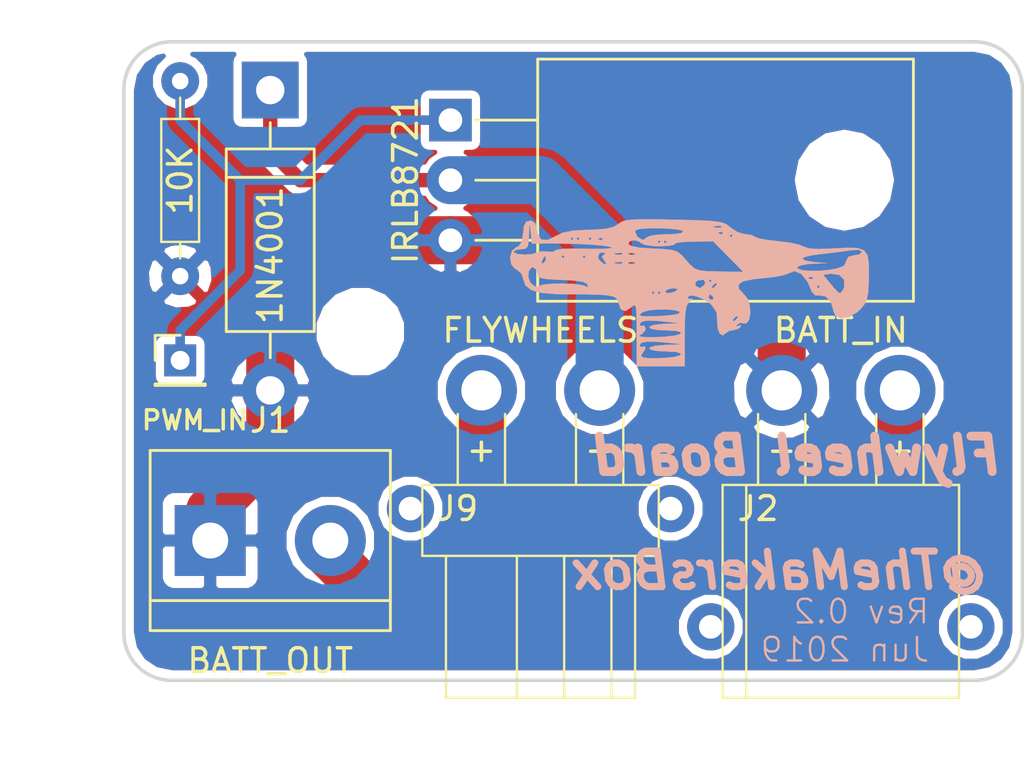
<source format=kicad_pcb>
(kicad_pcb (version 4) (host pcbnew 4.0.6)

  (general
    (links 10)
    (no_connects 0)
    (area 123.576572 43.665 169.073001 83.215)
    (thickness 1.6)
    (drawings 22)
    (tracks 38)
    (zones 0)
    (modules 9)
    (nets 5)
  )

  (page A4)
  (title_block
    (date "lun. 30 mars 2015")
  )

  (layers
    (0 F.Cu signal)
    (31 B.Cu signal)
    (32 B.Adhes user)
    (33 F.Adhes user)
    (34 B.Paste user)
    (35 F.Paste user)
    (36 B.SilkS user)
    (37 F.SilkS user)
    (38 B.Mask user)
    (39 F.Mask user)
    (40 Dwgs.User user hide)
    (41 Cmts.User user)
    (42 Eco1.User user)
    (43 Eco2.User user)
    (44 Edge.Cuts user)
    (45 Margin user)
    (46 B.CrtYd user)
    (47 F.CrtYd user)
    (48 B.Fab user)
    (49 F.Fab user)
  )

  (setup
    (last_trace_width 0.25)
    (user_trace_width 0.254)
    (user_trace_width 0.3048)
    (user_trace_width 0.4064)
    (user_trace_width 0.6096)
    (user_trace_width 0.9144)
    (user_trace_width 1.524)
    (user_trace_width 2.032)
    (trace_clearance 0.2)
    (zone_clearance 0.508)
    (zone_45_only no)
    (trace_min 0.2)
    (segment_width 0.15)
    (edge_width 0.15)
    (via_size 0.6)
    (via_drill 0.4)
    (via_min_size 0.4)
    (via_min_drill 0.3)
    (uvia_size 0.3)
    (uvia_drill 0.1)
    (uvias_allowed no)
    (uvia_min_size 0.2)
    (uvia_min_drill 0.1)
    (pcb_text_width 0.3)
    (pcb_text_size 1.5 1.5)
    (mod_edge_width 0.15)
    (mod_text_size 1 1)
    (mod_text_width 0.15)
    (pad_size 3 3)
    (pad_drill 3)
    (pad_to_mask_clearance 0)
    (aux_axis_origin 110.998 126.365)
    (grid_origin 110.998 126.365)
    (visible_elements 7FFFFFFF)
    (pcbplotparams
      (layerselection 0x010f0_80000001)
      (usegerberextensions true)
      (excludeedgelayer true)
      (linewidth 0.100000)
      (plotframeref false)
      (viasonmask false)
      (mode 1)
      (useauxorigin false)
      (hpglpennumber 1)
      (hpglpenspeed 20)
      (hpglpendiameter 15)
      (hpglpenoverlay 2)
      (psnegative false)
      (psa4output false)
      (plotreference true)
      (plotvalue true)
      (plotinvisibletext false)
      (padsonsilk false)
      (subtractmaskfromsilk false)
      (outputformat 1)
      (mirror false)
      (drillshape 0)
      (scaleselection 1)
      (outputdirectory gerbers/))
  )

  (net 0 "")
  (net 1 GND)
  (net 2 "/9(**)")
  (net 3 "Net-(D1-Pad1)")
  (net 4 "Net-(J1-Pad2)")

  (net_class Default "This is the default net class."
    (clearance 0.2)
    (trace_width 0.25)
    (via_dia 0.6)
    (via_drill 0.4)
    (uvia_dia 0.3)
    (uvia_drill 0.1)
    (add_net "/9(**)")
    (add_net GND)
    (add_net "Net-(D1-Pad1)")
    (add_net "Net-(J1-Pad2)")
  )

  (module Wire_Pads:SolderWirePad_single_2-5mmDrill (layer F.Cu) (tedit 5CF835CB) (tstamp 5CF939C1)
    (at 140.998 61.619)
    (path /5CE78195)
    (fp_text reference J14 (at 0.052 -0.192) (layer F.SilkS) hide
      (effects (font (size 1 1) (thickness 0.15)))
    )
    (fp_text value NPTH (at 1.27 5.08) (layer F.Fab)
      (effects (font (size 1 1) (thickness 0.15)))
    )
    (pad "" np_thru_hole circle (at 0 0) (size 3 3) (drill 3) (layers *.Cu *.Mask))
  )

  (module footprints:TO-220-3_Horizontal (layer F.Cu) (tedit 5CE80D90) (tstamp 5CE76742)
    (at 144.808 52.675 270)
    (descr "TO-220-3, Horizontal, RM 2.54mm")
    (tags "TO-220-3 Horizontal RM 2.54mm")
    (path /5CDFA006)
    (fp_text reference Q1 (at 2.54 -20.58 270) (layer F.SilkS) hide
      (effects (font (size 1 1) (thickness 0.15)))
    )
    (fp_text value IRLB8721 (at 2.54 1.9 270) (layer F.SilkS)
      (effects (font (size 1 1) (thickness 0.15)))
    )
    (fp_text user %R (at 2.54 -20.58 270) (layer F.Fab)
      (effects (font (size 1 1) (thickness 0.15)))
    )
    (fp_line (start -2.46 -13.06) (end -2.46 -19.46) (layer F.Fab) (width 0.1))
    (fp_line (start -2.46 -19.46) (end 7.54 -19.46) (layer F.Fab) (width 0.1))
    (fp_line (start 7.54 -19.46) (end 7.54 -13.06) (layer F.Fab) (width 0.1))
    (fp_line (start 7.54 -13.06) (end -2.46 -13.06) (layer F.Fab) (width 0.1))
    (fp_line (start -2.46 -3.81) (end -2.46 -13.06) (layer F.Fab) (width 0.1))
    (fp_line (start -2.46 -13.06) (end 7.54 -13.06) (layer F.Fab) (width 0.1))
    (fp_line (start 7.54 -13.06) (end 7.54 -3.81) (layer F.Fab) (width 0.1))
    (fp_line (start 7.54 -3.81) (end -2.46 -3.81) (layer F.Fab) (width 0.1))
    (fp_line (start 0 -3.81) (end 0 0) (layer F.Fab) (width 0.1))
    (fp_line (start 2.54 -3.81) (end 2.54 0) (layer F.Fab) (width 0.1))
    (fp_line (start 5.08 -3.81) (end 5.08 0) (layer F.Fab) (width 0.1))
    (fp_line (start -2.58 -3.69) (end 7.66 -3.69) (layer F.SilkS) (width 0.12))
    (fp_line (start -2.58 -19.58) (end 7.66 -19.58) (layer F.SilkS) (width 0.12))
    (fp_line (start -2.58 -19.58) (end -2.58 -3.69) (layer F.SilkS) (width 0.12))
    (fp_line (start 7.66 -19.58) (end 7.66 -3.69) (layer F.SilkS) (width 0.12))
    (fp_line (start 0 -3.69) (end 0 -1.05) (layer F.SilkS) (width 0.12))
    (fp_line (start 2.54 -3.69) (end 2.54 -1.066) (layer F.SilkS) (width 0.12))
    (fp_line (start 5.08 -3.69) (end 5.08 -1.066) (layer F.SilkS) (width 0.12))
    (fp_line (start -2.71 -19.71) (end -2.71 1.15) (layer F.CrtYd) (width 0.05))
    (fp_line (start -2.71 1.15) (end 7.79 1.15) (layer F.CrtYd) (width 0.05))
    (fp_line (start 7.79 1.15) (end 7.79 -19.71) (layer F.CrtYd) (width 0.05))
    (fp_line (start 7.79 -19.71) (end -2.71 -19.71) (layer F.CrtYd) (width 0.05))
    (fp_circle (center 2.54 -16.66) (end 4.39 -16.66) (layer F.Fab) (width 0.1))
    (pad 0 np_thru_hole oval (at 2.54 -16.66 270) (size 3.5 3.5) (drill 3.5) (layers *.Cu *.Mask))
    (pad 1 thru_hole rect (at 0 0 270) (size 1.8 1.8) (drill 1) (layers *.Cu *.Mask)
      (net 2 "/9(**)"))
    (pad 2 thru_hole oval (at 2.54 0 270) (size 1.8 1.8) (drill 1) (layers *.Cu *.Mask)
      (net 3 "Net-(D1-Pad1)"))
    (pad 3 thru_hole oval (at 5.08 0 270) (size 1.8 1.8) (drill 1) (layers *.Cu *.Mask)
      (net 1 GND))
    (model ${KISYS3DMOD}/TO_SOT_Packages_THT.3dshapes/TO-220-3_Horizontal.wrl
      (at (xyz 0.1 0 0))
      (scale (xyz 0.393701 0.393701 0.393701))
      (rotate (xyz 0 0 0))
    )
  )

  (module footprints:XT30PW_F (layer F.Cu) (tedit 5CF879BD) (tstamp 5CE8CE68)
    (at 148.618 64.105 180)
    (descr "Terminal Block Phoenix PT-1,5-2-5.0-H, 2 pins, pitch 5mm, size 10x9mm^2, drill diamater 1.3mm, pad diameter 2.6mm, see http://www.mouser.com/ds/2/324/ItemDetail_1935161-922578.pdf, script-generated using https://github.com/pointhi/kicad-footprint-generator/scripts/TerminalBlock_Phoenix")
    (tags "THT Terminal Block Phoenix PT-1,5-2-5.0-H pitch 5mm size 10x9mm^2 drill 1.3mm pad 2.6mm")
    (path /5CE592FA)
    (fp_text reference J9 (at 3.5 -5 180) (layer F.SilkS)
      (effects (font (size 1 1) (thickness 0.15)))
    )
    (fp_text value FLYWHEELS (at 0 2.54 180) (layer F.SilkS)
      (effects (font (size 1 1) (thickness 0.15)))
    )
    (fp_line (start 1 -7) (end 1 -13) (layer F.SilkS) (width 0.1))
    (fp_line (start -1 -7) (end -1 -13) (layer F.SilkS) (width 0.1))
    (fp_line (start -3 -7) (end -3 -13) (layer F.SilkS) (width 0.1))
    (fp_line (start 4 -7) (end 4 -13) (layer F.SilkS) (width 0.1))
    (fp_line (start 4 -13) (end -4 -13) (layer F.SilkS) (width 0.1))
    (fp_line (start -4 -13) (end -4 -7) (layer F.SilkS) (width 0.1))
    (fp_line (start 5 -4) (end 5 -7) (layer F.SilkS) (width 0.1))
    (fp_line (start -5 -4) (end -5 -7) (layer F.SilkS) (width 0.1))
    (fp_line (start 5 -7) (end -5 -7) (layer F.SilkS) (width 0.1))
    (fp_text user - (at -2.5 -2.5 180) (layer F.SilkS)
      (effects (font (size 1 1) (thickness 0.15)))
    )
    (fp_text user + (at 2.5 -2.5 180) (layer F.SilkS)
      (effects (font (size 1 1) (thickness 0.15)))
    )
    (fp_line (start 3.5 -1) (end 3.5 -4) (layer F.SilkS) (width 0.1))
    (fp_line (start 1.5 -4) (end 1.5 -1) (layer F.SilkS) (width 0.1))
    (fp_line (start -1.5 -1) (end -1.5 -4) (layer F.SilkS) (width 0.1))
    (fp_line (start -3.5 -4) (end -3.5 -1) (layer F.SilkS) (width 0.1))
    (fp_line (start -5 -4) (end 5 -4) (layer F.SilkS) (width 0.1))
    (fp_line (start -5 -4) (end 5 -4) (layer F.Fab) (width 0.1))
    (fp_line (start -5.5 -4.5) (end -5.5 5.5) (layer F.CrtYd) (width 0.05))
    (fp_line (start -5.5 5.5) (end 5.5 5.5) (layer F.CrtYd) (width 0.05))
    (fp_line (start 5.5 5.5) (end 5.5 -4.5) (layer F.CrtYd) (width 0.05))
    (fp_line (start 5.5 -4.5) (end -5.5 -4.5) (layer F.CrtYd) (width 0.05))
    (fp_text user %R (at 3.5 -5 180) (layer F.Fab)
      (effects (font (size 1 1) (thickness 0.15)))
    )
    (pad 3 thru_hole circle (at -5.5 -5 180) (size 2 2) (drill 1) (layers *.Cu *.Mask))
    (pad 2 thru_hole circle (at -2.5 0 180) (size 3 3) (drill 1.7) (layers *.Cu *.Mask)
      (net 3 "Net-(D1-Pad1)"))
    (pad 1 thru_hole circle (at 2.5 0 180) (size 3 3) (drill 1.7) (layers *.Cu *.Mask)
      (net 4 "Net-(J1-Pad2)"))
    (pad 3 thru_hole circle (at 5.5 -5 180) (size 2 2) (drill 1) (layers *.Cu *.Mask))
    (model ${KISYS3DMOD}/TerminalBlock_Phoenix.3dshapes/TerminalBlock_Phoenix_PT-1,5-2-5.0-H_1x02_P5.00mm_Horizontal.wrl
      (at (xyz 0 0 0))
      (scale (xyz 1 1 1))
      (rotate (xyz 0 0 0))
    )
  )

  (module footprints:D_DO-15_P12.70mm_Horizontal (layer F.Cu) (tedit 5CE80D85) (tstamp 5CE766AD)
    (at 137.188 51.405 270)
    (descr "D, DO-15 series, Axial, Horizontal, pin pitch=12.7mm, , length*diameter=7.6*3.6mm^2, , http://www.diodes.com/_files/packages/DO-15.pdf")
    (tags "D DO-15 series Axial Horizontal pin pitch 12.7mm  length 7.6mm diameter 3.6mm")
    (path /5CDFABAB)
    (fp_text reference D1 (at 6.35 0 270) (layer F.SilkS) hide
      (effects (font (size 1 1) (thickness 0.15)))
    )
    (fp_text value 1N4001 (at 6.985 0 270) (layer F.SilkS)
      (effects (font (size 1 1) (thickness 0.15)))
    )
    (fp_text user %R (at 6.35 0 270) (layer F.Fab)
      (effects (font (size 1 1) (thickness 0.15)))
    )
    (fp_line (start 2.55 -1.8) (end 2.55 1.8) (layer F.Fab) (width 0.1))
    (fp_line (start 2.55 1.8) (end 10.15 1.8) (layer F.Fab) (width 0.1))
    (fp_line (start 10.15 1.8) (end 10.15 -1.8) (layer F.Fab) (width 0.1))
    (fp_line (start 10.15 -1.8) (end 2.55 -1.8) (layer F.Fab) (width 0.1))
    (fp_line (start 0 0) (end 2.55 0) (layer F.Fab) (width 0.1))
    (fp_line (start 12.7 0) (end 10.15 0) (layer F.Fab) (width 0.1))
    (fp_line (start 3.69 -1.8) (end 3.69 1.8) (layer F.Fab) (width 0.1))
    (fp_line (start 2.49 -1.86) (end 2.49 1.86) (layer F.SilkS) (width 0.12))
    (fp_line (start 2.49 1.86) (end 10.21 1.86) (layer F.SilkS) (width 0.12))
    (fp_line (start 10.21 1.86) (end 10.21 -1.86) (layer F.SilkS) (width 0.12))
    (fp_line (start 10.21 -1.86) (end 2.49 -1.86) (layer F.SilkS) (width 0.12))
    (fp_line (start 1.38 0) (end 2.49 0) (layer F.SilkS) (width 0.12))
    (fp_line (start 11.32 0) (end 10.21 0) (layer F.SilkS) (width 0.12))
    (fp_line (start 3.69 -1.86) (end 3.69 1.86) (layer F.SilkS) (width 0.12))
    (fp_line (start -1.45 -2.15) (end -1.45 2.15) (layer F.CrtYd) (width 0.05))
    (fp_line (start -1.45 2.15) (end 14.15 2.15) (layer F.CrtYd) (width 0.05))
    (fp_line (start 14.15 2.15) (end 14.15 -2.15) (layer F.CrtYd) (width 0.05))
    (fp_line (start 14.15 -2.15) (end -1.45 -2.15) (layer F.CrtYd) (width 0.05))
    (pad 1 thru_hole rect (at 0 0 270) (size 2.4 2.4) (drill 1.2) (layers *.Cu *.Mask)
      (net 3 "Net-(D1-Pad1)"))
    (pad 2 thru_hole oval (at 12.7 0 270) (size 2.4 2.4) (drill 1.2) (layers *.Cu *.Mask)
      (net 1 GND))
    (model ${KISYS3DMOD}/Diodes_THT.3dshapes/D_DO-15_P12.70mm_Horizontal.wrl
      (at (xyz 0 0 0))
      (scale (xyz 0.393701 0.393701 0.393701))
      (rotate (xyz 0 0 0))
    )
  )

  (module footprints:R_Axial_DIN0204_L3.6mm_D1.6mm_P7.62mm_Horizontal (layer F.Cu) (tedit 5C984DCD) (tstamp 5CE82736)
    (at 133.378 59.025 90)
    (descr "Resistor, Axial_DIN0204 series, Axial, Horizontal, pin pitch=7.62mm, 0.16666666666666666W = 1/6W, length*diameter=3.6*1.6mm^2, http://cdn-reichelt.de/documents/datenblatt/B400/1_4W%23YAG.pdf")
    (tags "Resistor Axial_DIN0204 series Axial Horizontal pin pitch 7.62mm 0.16666666666666666W = 1/6W length 3.6mm diameter 1.6mm")
    (path /5BB777E0)
    (fp_text reference R9 (at 7.239 0 90) (layer F.Fab)
      (effects (font (size 1 1) (thickness 0.15)))
    )
    (fp_text value 10K (at 3.81 0 90) (layer F.SilkS)
      (effects (font (size 1 1) (thickness 0.15)))
    )
    (fp_line (start 6.4 0) (end 7.3 0) (layer F.SilkS) (width 0.1))
    (fp_line (start 1.2 0) (end 0.5 0) (layer F.SilkS) (width 0.1))
    (fp_line (start 1.2 0.8) (end 1.2 -0.8) (layer F.SilkS) (width 0.1))
    (fp_line (start 1.2 -0.8) (end 6.4 -0.8) (layer F.SilkS) (width 0.1))
    (fp_line (start 6.4 -0.8) (end 6.4 0.8) (layer F.SilkS) (width 0.1))
    (fp_line (start 6.4 0.8) (end 1.2 0.8) (layer F.SilkS) (width 0.1))
    (fp_line (start 2.01 -0.8) (end 2.01 0.8) (layer F.Fab) (width 0.1))
    (fp_line (start 2.01 0.8) (end 5.61 0.8) (layer F.Fab) (width 0.1))
    (fp_line (start 5.61 0.8) (end 5.61 -0.8) (layer F.Fab) (width 0.1))
    (fp_line (start 5.61 -0.8) (end 2.01 -0.8) (layer F.Fab) (width 0.1))
    (fp_line (start 0 0) (end 2.01 0) (layer F.Fab) (width 0.1))
    (fp_line (start 7.62 0) (end 5.61 0) (layer F.Fab) (width 0.1))
    (fp_line (start -0.95 -1.15) (end -0.95 1.15) (layer F.CrtYd) (width 0.05))
    (fp_line (start -0.95 1.15) (end 8.6 1.15) (layer F.CrtYd) (width 0.05))
    (fp_line (start 8.6 1.15) (end 8.6 -1.15) (layer F.CrtYd) (width 0.05))
    (fp_line (start 8.6 -1.15) (end -0.95 -1.15) (layer F.CrtYd) (width 0.05))
    (pad 1 thru_hole circle (at -0.25 0 90) (size 1.6 1.6) (drill 0.7) (layers *.Cu *.Mask)
      (net 1 GND))
    (pad 2 thru_hole circle (at 8 0 90) (size 1.6 1.6) (drill 0.7) (layers *.Cu *.Mask)
      (net 2 "/9(**)"))
    (model ${KISYS3DMOD}/Resistors_THT.3dshapes/R_Axial_DIN0204_L3.6mm_D1.6mm_P7.62mm_Horizontal.wrl
      (at (xyz 0 0 0))
      (scale (xyz 0.393701 0.393701 0.393701))
      (rotate (xyz 0 0 0))
    )
  )

  (module footprints:XT30PW_M (layer F.Cu) (tedit 5CF879B6) (tstamp 5CE798F2)
    (at 161.318 64.105 180)
    (descr "Terminal Block Phoenix PT-1,5-2-5.0-H, 2 pins, pitch 5mm, size 10x9mm^2, drill diamater 1.3mm, pad diameter 2.6mm, see http://www.mouser.com/ds/2/324/ItemDetail_1935161-922578.pdf, script-generated using https://github.com/pointhi/kicad-footprint-generator/scripts/TerminalBlock_Phoenix")
    (tags "THT Terminal Block Phoenix PT-1,5-2-5.0-H pitch 5mm size 10x9mm^2 drill 1.3mm pad 2.6mm")
    (path /5CE59139)
    (fp_text reference J2 (at 3.5 -5 180) (layer F.SilkS)
      (effects (font (size 1 1) (thickness 0.15)))
    )
    (fp_text value BATT_IN (at 0 2.54 180) (layer F.SilkS)
      (effects (font (size 1 1) (thickness 0.15)))
    )
    (fp_line (start 4 -13) (end 4 -4) (layer F.SilkS) (width 0.1))
    (fp_text user - (at 2.5 -2.5 180) (layer F.SilkS)
      (effects (font (size 1 1) (thickness 0.15)))
    )
    (fp_text user + (at -2.5 -2.5 180) (layer F.SilkS)
      (effects (font (size 1 1) (thickness 0.15)))
    )
    (fp_line (start 3.5 -1) (end 3.5 -4) (layer F.SilkS) (width 0.1))
    (fp_line (start 1.5 -4) (end 1.5 -1) (layer F.SilkS) (width 0.1))
    (fp_line (start -1.5 -1) (end -1.5 -4) (layer F.SilkS) (width 0.1))
    (fp_line (start -3.5 -4) (end -3.5 -1) (layer F.SilkS) (width 0.1))
    (fp_line (start -5 -4) (end 5 -4) (layer F.SilkS) (width 0.1))
    (fp_line (start -5 -13) (end 5 -13) (layer F.SilkS) (width 0.1))
    (fp_line (start 5 -13) (end 5 -4) (layer F.SilkS) (width 0.1))
    (fp_line (start -5 -4) (end -5 -13) (layer F.SilkS) (width 0.1))
    (fp_line (start -5 -4) (end 5 -4) (layer F.Fab) (width 0.1))
    (fp_line (start -5.5 -4.5) (end -5.5 5.5) (layer F.CrtYd) (width 0.05))
    (fp_line (start -5.5 5.5) (end 5.5 5.5) (layer F.CrtYd) (width 0.05))
    (fp_line (start 5.5 5.5) (end 5.5 -4.5) (layer F.CrtYd) (width 0.05))
    (fp_line (start 5.5 -4.5) (end -5.5 -4.5) (layer F.CrtYd) (width 0.05))
    (fp_text user %R (at 3.5 -5 180) (layer F.Fab)
      (effects (font (size 1 1) (thickness 0.15)))
    )
    (pad 3 thru_hole circle (at -5.5 -10 180) (size 2 2) (drill 1) (layers *.Cu *.Mask))
    (pad 1 thru_hole circle (at -2.5 0 180) (size 3 3) (drill 1.7) (layers *.Cu *.Mask)
      (net 4 "Net-(J1-Pad2)"))
    (pad 2 thru_hole circle (at 2.5 0 180) (size 3 3) (drill 1.7) (layers *.Cu *.Mask)
      (net 1 GND))
    (pad 3 thru_hole circle (at 5.5 -10 180) (size 2 2) (drill 1) (layers *.Cu *.Mask))
    (model ${KISYS3DMOD}/TerminalBlock_Phoenix.3dshapes/TerminalBlock_Phoenix_PT-1,5-2-5.0-H_1x02_P5.00mm_Horizontal.wrl
      (at (xyz 0 0 0))
      (scale (xyz 1 1 1))
      (rotate (xyz 0 0 0))
    )
  )

  (module footprints:RS_right (layer B.Cu) (tedit 0) (tstamp 5CE97378)
    (at 154.968 59.025 180)
    (fp_text reference G*** (at 0 0 180) (layer B.SilkS) hide
      (effects (font (thickness 0.3)) (justify mirror))
    )
    (fp_text value LOGO (at 0.75 0 180) (layer B.SilkS) hide
      (effects (font (thickness 0.3)) (justify mirror))
    )
    (fp_poly (pts (xy 2.472692 2.143099) (xy 2.739484 2.110745) (xy 2.914302 2.056476) (xy 3.037608 1.977116)
      (xy 3.061539 1.956247) (xy 3.26861 1.829262) (xy 3.583713 1.754161) (xy 4.067702 1.719118)
      (xy 4.308827 1.713841) (xy 4.957982 1.679456) (xy 5.403328 1.59143) (xy 5.631483 1.485295)
      (xy 6.041357 1.284427) (xy 6.323222 1.302539) (xy 6.476602 1.539523) (xy 6.500703 1.68275)
      (xy 6.57041 1.981697) (xy 6.728223 2.090793) (xy 6.7945 2.0955) (xy 6.963588 2.047632)
      (xy 7.051349 1.861459) (xy 7.086913 1.56882) (xy 7.148414 1.197635) (xy 7.282072 1.01468)
      (xy 7.372663 0.97746) (xy 7.562658 0.817751) (xy 7.634472 0.540028) (xy 7.588045 0.250997)
      (xy 7.423319 0.057365) (xy 7.373187 0.038678) (xy 7.158459 -0.136962) (xy 7.087437 -0.359239)
      (xy 6.987759 -0.64016) (xy 6.745228 -0.835066) (xy 6.329826 -0.954832) (xy 5.711533 -1.010332)
      (xy 5.2705 -1.0174) (xy 4.480215 -1.019868) (xy 3.907904 -1.032679) (xy 3.517592 -1.061001)
      (xy 3.273306 -1.110003) (xy 3.139071 -1.184854) (xy 3.078914 -1.290723) (xy 3.069123 -1.3337)
      (xy 2.954707 -1.651694) (xy 2.76882 -1.726357) (xy 2.543 -1.590215) (xy 2.429345 -1.495104)
      (xy 2.355384 -1.481341) (xy 2.312592 -1.586111) (xy 2.292439 -1.846599) (xy 2.286398 -2.299988)
      (xy 2.286 -2.710816) (xy 2.286 -4.064) (xy 0.254 -4.064) (xy 0.254 -3.1323)
      (xy 0.3175 -3.1323) (xy 1.04775 -3.15365) (xy 1.510066 -3.194747) (xy 1.737485 -3.267615)
      (xy 1.72714 -3.347381) (xy 1.476162 -3.409176) (xy 1.0795 -3.429) (xy 0.624904 -3.455195)
      (xy 0.414641 -3.518955) (xy 0.446183 -3.598042) (xy 0.717005 -3.67022) (xy 1.11125 -3.708412)
      (xy 1.664103 -3.724077) (xy 1.986958 -3.697708) (xy 2.101019 -3.624862) (xy 2.040536 -3.513736)
      (xy 1.922777 -3.338262) (xy 1.924299 -3.221591) (xy 2.032 -3.2385) (xy 2.149366 -3.236197)
      (xy 2.159 -3.196082) (xy 2.097427 -3.077162) (xy 1.887849 -3.021075) (xy 1.492979 -3.023018)
      (xy 1.0795 -3.057008) (xy 0.3175 -3.1323) (xy 0.254 -3.1323) (xy 0.254 -2.77625)
      (xy 0.252202 -2.61944) (xy 0.416632 -2.61944) (xy 0.432903 -2.69193) (xy 0.667462 -2.762435)
      (xy 1.110174 -2.81308) (xy 1.23825 -2.819947) (xy 1.787455 -2.83281) (xy 2.104313 -2.813986)
      (xy 2.181705 -2.764489) (xy 2.06375 -2.702529) (xy 1.919915 -2.542828) (xy 1.905 -2.458421)
      (xy 1.969358 -2.335331) (xy 2.032 -2.3495) (xy 2.149366 -2.347197) (xy 2.159 -2.307082)
      (xy 2.090052 -2.182844) (xy 1.860135 -2.128701) (xy 1.434635 -2.139914) (xy 1.143 -2.167968)
      (xy 0.4445 -2.244598) (xy 1.11125 -2.265299) (xy 1.553009 -2.307962) (xy 1.750826 -2.383126)
      (xy 1.707781 -2.464157) (xy 1.42695 -2.524421) (xy 1.0795 -2.54) (xy 0.628786 -2.562839)
      (xy 0.416632 -2.61944) (xy 0.252202 -2.61944) (xy 0.247012 -2.16693) (xy 0.221668 -1.772109)
      (xy 0.44814 -1.772109) (xy 0.523186 -1.840922) (xy 0.808046 -1.89715) (xy 1.234395 -1.930859)
      (xy 1.755783 -1.947947) (xy 2.053619 -1.939062) (xy 2.157554 -1.89831) (xy 2.097242 -1.819797)
      (xy 2.028322 -1.773039) (xy 1.792678 -1.700708) (xy 1.428513 -1.662526) (xy 1.025944 -1.658546)
      (xy 0.675091 -1.688821) (xy 0.466071 -1.753405) (xy 0.44814 -1.772109) (xy 0.221668 -1.772109)
      (xy 0.220922 -1.760495) (xy 0.16804 -1.506086) (xy 0.080676 -1.352844) (xy 0.03175 -1.306332)
      (xy -0.080711 -1.19749) (xy -0.03175 -1.204577) (xy 0.108875 -1.202231) (xy 0.127 -1.148075)
      (xy 0.031386 -1.064447) (xy -0.20529 -1.091604) (xy -0.507778 -1.207191) (xy -0.800829 -1.388857)
      (xy -0.864488 -1.442604) (xy -1.090538 -1.764592) (xy -1.121924 -2.121522) (xy -1.138946 -2.442697)
      (xy -1.226694 -2.674229) (xy -1.350593 -2.75811) (xy -1.453661 -2.678065) (xy -1.639783 -2.560681)
      (xy -1.778 -2.54) (xy -2.024679 -2.470074) (xy -2.107628 -2.393377) (xy -2.123741 -2.30762)
      (xy -2.032001 -2.349499) (xy -1.925592 -2.382876) (xy -1.957653 -2.30355) (xy -2.117537 -2.21614)
      (xy -2.181975 -2.236699) (xy -2.357181 -2.249468) (xy -2.472889 -2.082944) (xy -2.498538 -1.941403)
      (xy -2.011529 -1.941403) (xy -1.980628 -2.012377) (xy -1.852752 -2.148717) (xy -1.779237 -2.120749)
      (xy -1.778 -2.102995) (xy -1.868206 -1.995576) (xy -1.924623 -1.956372) (xy -2.011529 -1.941403)
      (xy -2.498538 -1.941403) (xy -2.523049 -1.806147) (xy -2.501611 -1.488096) (xy -2.402524 -1.197813)
      (xy -2.359305 -1.143) (xy -0.9525 -1.143) (xy -0.942431 -1.260028) (xy -0.896496 -1.27)
      (xy -0.767169 -1.177809) (xy -0.762 -1.143) (xy -0.805331 -1.019301) (xy -0.818005 -1.016)
      (xy -0.926434 -1.104993) (xy -0.9525 -1.143) (xy -2.359305 -1.143) (xy -2.286 -1.050032)
      (xy -2.046928 -0.792175) (xy -2.046855 -0.791555) (xy 0.549018 -0.791555) (xy 0.608246 -0.869778)
      (xy 0.825996 -0.9568) (xy 1.01456 -0.964086) (xy 1.024692 -0.9525) (xy 1.27 -0.9525)
      (xy 1.3335 -1.016) (xy 1.397 -0.9525) (xy 1.524 -0.9525) (xy 1.5875 -1.016)
      (xy 1.651 -0.9525) (xy 1.5875 -0.889) (xy 1.524 -0.9525) (xy 1.397 -0.9525)
      (xy 1.3335 -0.889) (xy 1.27 -0.9525) (xy 1.024692 -0.9525) (xy 1.077563 -0.892044)
      (xy 1.066418 -0.867833) (xy 0.901145 -0.783677) (xy 0.722754 -0.763944) (xy 0.549018 -0.791555)
      (xy -2.046855 -0.791555) (xy -2.024242 -0.600711) (xy -2.109134 -0.544403) (xy -1.122529 -0.544403)
      (xy -1.091628 -0.615377) (xy -0.963752 -0.751717) (xy -0.890237 -0.723749) (xy -0.889 -0.705995)
      (xy -0.979206 -0.598576) (xy -1.035623 -0.559372) (xy -1.122529 -0.544403) (xy -2.109134 -0.544403)
      (xy -2.141628 -0.52285) (xy -0.617927 -0.52285) (xy -0.576723 -0.62655) (xy -0.392125 -0.75632)
      (xy -0.364724 -0.741658) (xy 4.348829 -0.741658) (xy 4.403581 -0.693198) (xy 4.574375 -0.628223)
      (xy 4.925992 -0.580911) (xy 5.385387 -0.560711) (xy 5.42925 -0.560546) (xy 5.876068 -0.571633)
      (xy 6.20333 -0.601213) (xy 6.347913 -0.643206) (xy 6.35 -0.649207) (xy 6.451797 -0.69373)
      (xy 6.604 -0.671798) (xy 6.777869 -0.531425) (xy 6.862976 -0.288444) (xy 6.851529 -0.040875)
      (xy 6.735735 0.11326) (xy 6.6675 0.127) (xy 6.512083 0.021614) (xy 6.477 -0.121863)
      (xy 6.452647 -0.246032) (xy 6.346139 -0.324232) (xy 6.1073 -0.370283) (xy 5.685955 -0.398005)
      (xy 5.439472 -0.407613) (xy 4.891064 -0.438888) (xy 4.554065 -0.491086) (xy 4.386168 -0.573039)
      (xy 4.350303 -0.635) (xy 4.348829 -0.741658) (xy -0.364724 -0.741658) (xy -0.204593 -0.655976)
      (xy -0.189946 -0.634103) (xy -0.218251 -0.489642) (xy -0.314928 -0.427913) (xy -0.545134 -0.402833)
      (xy -0.617927 -0.52285) (xy -2.141628 -0.52285) (xy -2.228111 -0.465488) (xy -2.331855 -0.4445)
      (xy -0.889 -0.4445) (xy -0.8255 -0.508) (xy -0.762 -0.4445) (xy -0.8255 -0.381)
      (xy -0.889 -0.4445) (xy -2.331855 -0.4445) (xy -2.668701 -0.376355) (xy -2.992133 -0.345047)
      (xy -3.476753 -0.293428) (xy -3.870113 -0.22417) (xy -4.096211 -0.151109) (xy -4.109991 -0.141531)
      (xy -4.318641 -0.065171) (xy -2.2225 -0.065171) (xy -1.214416 -0.051308) (xy -0.707937 -0.039654)
      (xy -0.382788 -0.005383) (xy -0.166307 0.076101) (xy 0.014169 0.229397) (xy 0.062333 0.284364)
      (xy 2.341082 0.284364) (xy 2.465916 0.264027) (xy 2.487911 0.267145) (xy 3.558632 0.267145)
      (xy 3.646675 0.264157) (xy 3.683 0.275622) (xy 3.870078 0.440652) (xy 6.128846 0.440652)
      (xy 6.154277 0.38945) (xy 6.275376 0.25815) (xy 6.297653 0.350745) (xy 6.266824 0.449978)
      (xy 6.173324 0.588287) (xy 6.131093 0.585427) (xy 6.128846 0.440652) (xy 3.870078 0.440652)
      (xy 3.87239 0.442691) (xy 3.914562 0.550275) (xy 3.908182 0.5715) (xy 4.445 0.5715)
      (xy 4.5085 0.508) (xy 4.572 0.5715) (xy 5.334 0.5715) (xy 5.3975 0.508)
      (xy 5.461 0.5715) (xy 5.3975 0.635) (xy 5.334 0.5715) (xy 4.572 0.5715)
      (xy 4.5085 0.635) (xy 4.445 0.5715) (xy 3.908182 0.5715) (xy 3.862177 0.724529)
      (xy 3.724062 0.751974) (xy 3.595904 0.720576) (xy 3.65655 0.676124) (xy 3.757064 0.586809)
      (xy 3.664148 0.420759) (xy 3.65655 0.411497) (xy 3.558632 0.267145) (xy 2.487911 0.267145)
      (xy 2.630637 0.287377) (xy 2.630835 0.291756) (xy 2.873295 0.291756) (xy 3.048 0.274053)
      (xy 3.228293 0.294011) (xy 3.20675 0.33811) (xy 2.946736 0.354884) (xy 2.88925 0.33811)
      (xy 2.873295 0.291756) (xy 2.630835 0.291756) (xy 2.632604 0.33073) (xy 2.462628 0.361047)
      (xy 2.389187 0.340756) (xy 2.341082 0.284364) (xy 0.062333 0.284364) (xy 0.182584 0.4216)
      (xy 0.389023 0.651489) (xy 0.407677 0.665364) (xy 2.341082 0.665364) (xy 2.465916 0.645027)
      (xy 2.630637 0.668377) (xy 2.630835 0.672756) (xy 2.873295 0.672756) (xy 3.048 0.655053)
      (xy 3.228293 0.675011) (xy 3.20675 0.71911) (xy 2.946736 0.735884) (xy 2.88925 0.71911)
      (xy 2.873295 0.672756) (xy 2.630835 0.672756) (xy 2.632604 0.71173) (xy 2.462628 0.742047)
      (xy 2.389187 0.721756) (xy 2.341082 0.665364) (xy 0.407677 0.665364) (xy 0.576004 0.790567)
      (xy 0.816752 0.86482) (xy 1.184497 0.900235) (xy 1.577307 0.916573) (xy 2.175653 0.958513)
      (xy 2.199498 0.963474) (xy 3.33414 0.963474) (xy 3.410726 0.928002) (xy 3.691971 0.907252)
      (xy 4.128843 0.90346) (xy 4.478185 0.911318) (xy 5.00346 0.918327) (xy 5.417974 0.903928)
      (xy 5.667386 0.871145) (xy 5.715284 0.842445) (xy 5.82043 0.780015) (xy 6.024289 0.791514)
      (xy 6.329702 0.798764) (xy 6.499886 0.747856) (xy 6.723098 0.681036) (xy 7.028121 0.662133)
      (xy 7.314363 0.687628) (xy 7.481234 0.754005) (xy 7.493 0.782578) (xy 7.384199 0.862613)
      (xy 7.1755 0.889) (xy 6.982326 0.912715) (xy 6.884664 1.028076) (xy 6.845256 1.301414)
      (xy 6.83665 1.49225) (xy 6.822407 1.833779) (xy 6.80787 1.933551) (xy 6.785801 1.803716)
      (xy 6.765076 1.612409) (xy 6.714851 1.129318) (xy 6.056175 1.133857) (xy 5.36911 1.129713)
      (xy 4.708523 1.109968) (xy 4.12493 1.077785) (xy 3.668851 1.036326) (xy 3.390804 0.988753)
      (xy 3.33414 0.963474) (xy 2.199498 0.963474) (xy 2.530813 1.032402) (xy 2.635641 1.11125)
      (xy 2.583337 1.228957) (xy 2.398318 1.268921) (xy 2.19168 1.224612) (xy 2.0955 1.143)
      (xy 1.934439 1.07269) (xy 1.603254 1.02657) (xy 1.318509 1.016) (xy 0.94843 1.031393)
      (xy 0.719201 1.071163) (xy 0.678579 1.11125) (xy 0.59359 1.15983) (xy 0.314586 1.196312)
      (xy 0.061454 1.2065) (xy 1.016 1.2065) (xy 1.0795 1.143) (xy 1.143 1.2065)
      (xy 1.27 1.2065) (xy 1.3335 1.143) (xy 1.397 1.2065) (xy 1.3335 1.27)
      (xy 1.27 1.2065) (xy 1.143 1.2065) (xy 1.0795 1.27) (xy 1.016 1.2065)
      (xy 0.061454 1.2065) (xy -0.098481 1.212937) (xy -0.107676 1.213014) (xy -0.9525 1.219527)
      (xy -2.2225 -0.065171) (xy -4.318641 -0.065171) (xy -4.394738 -0.037322) (xy -4.683613 -0.161589)
      (xy -4.946097 -0.491179) (xy -5.124216 -0.910891) (xy -5.281296 -1.066679) (xy -5.430353 -1.060812)
      (xy -5.702844 -1.103586) (xy -5.924061 -1.328793) (xy -6.027209 -1.665339) (xy -6.028399 -1.697327)
      (xy -6.126572 -1.93312) (xy -6.369151 -2.025189) (xy -6.692216 -1.975121) (xy -7.031844 -1.7845)
      (xy -7.157956 -1.669312) (xy -7.341628 -1.454452) (xy -7.451383 -1.234681) (xy -7.508036 -0.934616)
      (xy -7.520834 -0.695238) (xy -6.500025 -0.695238) (xy -6.455511 -0.802153) (xy -6.35943 -0.948908)
      (xy -6.258264 -0.950098) (xy -6.09164 -0.784246) (xy -6.020323 -0.6985) (xy -5.461 -0.6985)
      (xy -5.3975 -0.762) (xy -5.334 -0.6985) (xy -5.3975 -0.635) (xy -5.461 -0.6985)
      (xy -6.020323 -0.6985) (xy -5.959905 -0.625859) (xy -5.689721 -0.296333) (xy -5.164667 -0.296333)
      (xy -5.147234 -0.371834) (xy -5.08 -0.381) (xy -4.975465 -0.334532) (xy -4.995334 -0.296333)
      (xy -5.146053 -0.281133) (xy -5.164667 -0.296333) (xy -5.689721 -0.296333) (xy -5.602946 -0.1905)
      (xy -5.93846 -0.147854) (xy -6.282439 -0.195454) (xy -6.485835 -0.398425) (xy -6.500025 -0.695238)
      (xy -7.520834 -0.695238) (xy -7.532403 -0.478877) (xy -7.536577 -0.298206) (xy -7.536635 0.260242)
      (xy -7.482502 0.62983) (xy -7.379175 0.778232) (xy -7.239 0.778232) (xy -7.130423 0.670603)
      (xy -6.9215 0.635) (xy -6.669671 0.571233) (xy -6.604 0.451996) (xy -6.507721 0.224228)
      (xy -6.44525 0.170698) (xy -6.187454 0.074215) (xy -5.818201 0.008972) (xy -5.402152 -0.024028)
      (xy -5.003971 -0.02378) (xy -4.688319 0.010717) (xy -4.519859 0.080468) (xy -4.517014 0.140776)
      (xy -4.675292 0.212257) (xy -4.996294 0.26387) (xy -5.182746 0.276188) (xy -5.7785 0.298376)
      (xy -5.23875 0.346991) (xy -4.856897 0.40498) (xy -4.720343 0.480319) (xy -4.821975 0.562025)
      (xy -5.154676 0.639116) (xy -5.452941 0.677619) (xy -5.973103 0.737079) (xy -6.481569 0.803256)
      (xy -6.722941 0.838943) (xy -7.094026 0.867248) (xy -7.236887 0.795934) (xy -7.239 0.778232)
      (xy -7.379175 0.778232) (xy -7.332558 0.845184) (xy -7.045182 0.940931) (xy -6.578756 0.951696)
      (xy -6.067964 0.923639) (xy -5.419808 0.898873) (xy -4.997304 0.925165) (xy -4.77707 1.003909)
      (xy -4.564164 1.089978) (xy -4.179539 1.171211) (xy -3.705174 1.230431) (xy -3.689838 1.231736)
      (xy -3.235829 1.283199) (xy -2.890023 1.34746) (xy -2.722412 1.411253) (xy -2.718904 1.415764)
      (xy -2.628568 1.4605) (xy -1.778 1.4605) (xy -1.7145 1.397) (xy -1.651 1.4605)
      (xy -1.7145 1.524) (xy -1.778 1.4605) (xy -2.628568 1.4605) (xy -2.554765 1.497048)
      (xy -2.318441 1.524001) (xy -1.993981 1.608667) (xy -1.354667 1.608667) (xy -1.337234 1.533166)
      (xy -1.27 1.524) (xy -1.165465 1.570468) (xy -1.185334 1.608667) (xy -1.336053 1.623867)
      (xy -1.354667 1.608667) (xy -1.993981 1.608667) (xy -1.989068 1.609949) (xy -1.925728 1.651)
      (xy 0.3175 1.651) (xy 0.384842 1.576611) (xy 0.678166 1.533244) (xy 1.001009 1.524)
      (xy 1.419082 1.504348) (xy 1.727002 1.453366) (xy 1.8415 1.397) (xy 2.018146 1.276491)
      (xy 2.153723 1.354667) (xy 3.725333 1.354667) (xy 3.742766 1.279166) (xy 3.81 1.27)
      (xy 3.914535 1.316468) (xy 3.905676 1.3335) (xy 4.191 1.3335) (xy 4.2545 1.27)
      (xy 4.318 1.3335) (xy 4.699 1.3335) (xy 4.7625 1.27) (xy 4.826 1.3335)
      (xy 4.953 1.3335) (xy 5.0165 1.27) (xy 5.08 1.3335) (xy 5.0165 1.397)
      (xy 4.953 1.3335) (xy 4.826 1.3335) (xy 4.7625 1.397) (xy 4.699 1.3335)
      (xy 4.318 1.3335) (xy 4.2545 1.397) (xy 4.191 1.3335) (xy 3.905676 1.3335)
      (xy 3.894666 1.354667) (xy 3.743947 1.369867) (xy 3.725333 1.354667) (xy 2.153723 1.354667)
      (xy 2.235259 1.401682) (xy 2.269347 1.440436) (xy 2.349911 1.625622) (xy 2.327231 1.694436)
      (xy 2.153591 1.745416) (xy 1.812358 1.772305) (xy 1.382279 1.776806) (xy 0.942104 1.76062)
      (xy 0.570582 1.72545) (xy 0.346463 1.672996) (xy 0.3175 1.651) (xy -1.925728 1.651)
      (xy -1.680779 1.80975) (xy -1.673554 1.815756) (xy -1.317705 1.815756) (xy -1.143 1.798053)
      (xy -0.962707 1.818011) (xy -0.98425 1.86211) (xy -1.244264 1.878884) (xy -1.30175 1.86211)
      (xy -1.317705 1.815756) (xy -1.673554 1.815756) (xy -1.552702 1.916208) (xy -1.402075 1.993768)
      (xy -1.187181 2.048188) (xy -0.866302 2.085224) (xy -0.39772 2.110632) (xy 0.260285 2.13017)
      (xy 0.71582 2.140451) (xy 1.501325 2.154774) (xy 2.07346 2.156716) (xy 2.472692 2.143099)) (layer B.SilkS) (width 0.01))
  )

  (module Pin_Headers:Pin_Header_Straight_1x01_Pitch2.00mm (layer F.Cu) (tedit 5CF8A3D0) (tstamp 5CF7E769)
    (at 133.378 62.835)
    (descr "Through hole straight pin header, 1x01, 2.00mm pitch, single row")
    (tags "Through hole pin header THT 1x01 2.00mm single row")
    (path /5CF8FA0D)
    (fp_text reference J10 (at 0 -2.06) (layer F.SilkS) hide
      (effects (font (size 1 1) (thickness 0.15)))
    )
    (fp_text value PWM_IN (at 0.62 2.53) (layer F.SilkS)
      (effects (font (size 0.8 0.8) (thickness 0.15)))
    )
    (fp_line (start -0.5 -1) (end 1 -1) (layer F.Fab) (width 0.1))
    (fp_line (start 1 -1) (end 1 1) (layer F.Fab) (width 0.1))
    (fp_line (start 1 1) (end -1 1) (layer F.Fab) (width 0.1))
    (fp_line (start -1 1) (end -1 -0.5) (layer F.Fab) (width 0.1))
    (fp_line (start -1 -0.5) (end -0.5 -1) (layer F.Fab) (width 0.1))
    (fp_line (start -1.06 1.06) (end 1.06 1.06) (layer F.SilkS) (width 0.12))
    (fp_line (start -1.06 1) (end -1.06 1.06) (layer F.SilkS) (width 0.12))
    (fp_line (start 1.06 1) (end 1.06 1.06) (layer F.SilkS) (width 0.12))
    (fp_line (start -1.06 1) (end 1.06 1) (layer F.SilkS) (width 0.12))
    (fp_line (start -1.06 0) (end -1.06 -1.06) (layer F.SilkS) (width 0.12))
    (fp_line (start -1.06 -1.06) (end 0 -1.06) (layer F.SilkS) (width 0.12))
    (fp_line (start -1.5 -1.5) (end -1.5 1.5) (layer F.CrtYd) (width 0.05))
    (fp_line (start -1.5 1.5) (end 1.5 1.5) (layer F.CrtYd) (width 0.05))
    (fp_line (start 1.5 1.5) (end 1.5 -1.5) (layer F.CrtYd) (width 0.05))
    (fp_line (start 1.5 -1.5) (end -1.5 -1.5) (layer F.CrtYd) (width 0.05))
    (fp_text user %R (at 0 0 90) (layer F.Fab)
      (effects (font (size 1 1) (thickness 0.15)))
    )
    (pad 1 thru_hole rect (at 0 0) (size 1.35 1.35) (drill 0.8) (layers *.Cu *.Mask)
      (net 2 "/9(**)"))
    (model ${KISYS3DMOD}/Pin_Headers.3dshapes/Pin_Header_Straight_1x01_Pitch2.00mm.wrl
      (at (xyz 0 0 0))
      (scale (xyz 1 1 1))
      (rotate (xyz 0 0 0))
    )
  )

  (module Connectors_Terminal_Blocks:TerminalBlock_bornier-2_P5.08mm (layer F.Cu) (tedit 5CF87971) (tstamp 5CF7E9FC)
    (at 134.648 70.455)
    (descr "simple 2-pin terminal block, pitch 5.08mm, revamped version of bornier2")
    (tags "terminal block bornier2")
    (path /5CF8ECC4)
    (fp_text reference J1 (at 2.54 -5.08) (layer F.SilkS)
      (effects (font (size 1 1) (thickness 0.15)))
    )
    (fp_text value BATT_OUT (at 2.54 5.08) (layer F.SilkS)
      (effects (font (size 1 1) (thickness 0.15)))
    )
    (fp_text user %R (at 2.54 0) (layer F.Fab)
      (effects (font (size 1 1) (thickness 0.15)))
    )
    (fp_line (start -2.41 2.55) (end 7.49 2.55) (layer F.Fab) (width 0.1))
    (fp_line (start -2.46 -3.75) (end -2.46 3.75) (layer F.Fab) (width 0.1))
    (fp_line (start -2.46 3.75) (end 7.54 3.75) (layer F.Fab) (width 0.1))
    (fp_line (start 7.54 3.75) (end 7.54 -3.75) (layer F.Fab) (width 0.1))
    (fp_line (start 7.54 -3.75) (end -2.46 -3.75) (layer F.Fab) (width 0.1))
    (fp_line (start 7.62 2.54) (end -2.54 2.54) (layer F.SilkS) (width 0.12))
    (fp_line (start 7.62 3.81) (end 7.62 -3.81) (layer F.SilkS) (width 0.12))
    (fp_line (start 7.62 -3.81) (end -2.54 -3.81) (layer F.SilkS) (width 0.12))
    (fp_line (start -2.54 -3.81) (end -2.54 3.81) (layer F.SilkS) (width 0.12))
    (fp_line (start -2.54 3.81) (end 7.62 3.81) (layer F.SilkS) (width 0.12))
    (fp_line (start -2.71 -4) (end 7.79 -4) (layer F.CrtYd) (width 0.05))
    (fp_line (start -2.71 -4) (end -2.71 4) (layer F.CrtYd) (width 0.05))
    (fp_line (start 7.79 4) (end 7.79 -4) (layer F.CrtYd) (width 0.05))
    (fp_line (start 7.79 4) (end -2.71 4) (layer F.CrtYd) (width 0.05))
    (pad 1 thru_hole rect (at 0 0) (size 3 3) (drill 1.52) (layers *.Cu *.Mask)
      (net 1 GND))
    (pad 2 thru_hole circle (at 5.08 0) (size 3 3) (drill 1.52) (layers *.Cu *.Mask)
      (net 4 "Net-(J1-Pad2)"))
    (model ${KISYS3DMOD}/Terminal_Blocks.3dshapes/TerminalBlock_bornier-2_P5.08mm.wrl
      (at (xyz 0.1 0 0))
      (scale (xyz 1 1 1))
      (rotate (xyz 0 0 0))
    )
  )

  (gr_line (start 130.998 74.365) (end 130.998 51.365) (angle 90) (layer Edge.Cuts) (width 0.15))
  (gr_line (start 166.998 76.365) (end 132.998 76.365) (angle 90) (layer Edge.Cuts) (width 0.15))
  (gr_line (start 168.998 51.365) (end 168.998 74.365) (angle 90) (layer Edge.Cuts) (width 0.15))
  (gr_line (start 132.998 49.365) (end 166.998 49.365) (angle 90) (layer Edge.Cuts) (width 0.15))
  (gr_arc (start 132.998 51.365) (end 130.998 51.365) (angle 90) (layer Edge.Cuts) (width 0.15))
  (gr_arc (start 166.998 51.365) (end 166.998 49.365) (angle 90) (layer Edge.Cuts) (width 0.15))
  (gr_arc (start 166.998 74.365) (end 168.998 74.365) (angle 90) (layer Edge.Cuts) (width 0.15))
  (gr_arc (start 132.998 74.365) (end 132.998 76.365) (angle 90) (layer Edge.Cuts) (width 0.15))
  (dimension 38 (width 0.3) (layer Dwgs.User)
    (gr_text "38.0 mm" (at 149.998 45.015) (layer Dwgs.User)
      (effects (font (size 1.5 1.5) (thickness 0.3)))
    )
    (feature1 (pts (xy 168.998 49.365) (xy 168.998 43.665)))
    (feature2 (pts (xy 130.998 49.365) (xy 130.998 43.665)))
    (crossbar (pts (xy 130.998 46.365) (xy 168.998 46.365)))
    (arrow1a (pts (xy 168.998 46.365) (xy 167.871496 46.951421)))
    (arrow1b (pts (xy 168.998 46.365) (xy 167.871496 45.778579)))
    (arrow2a (pts (xy 130.998 46.365) (xy 132.124504 46.951421)))
    (arrow2b (pts (xy 130.998 46.365) (xy 132.124504 45.778579)))
  )
  (dimension 27 (width 0.3) (layer Dwgs.User)
    (gr_text "27.0 mm" (at 128.648 62.865 270) (layer Dwgs.User)
      (effects (font (size 1.5 1.5) (thickness 0.3)))
    )
    (feature1 (pts (xy 131.998 76.365) (xy 127.298 76.365)))
    (feature2 (pts (xy 131.998 49.365) (xy 127.298 49.365)))
    (crossbar (pts (xy 129.998 49.365) (xy 129.998 76.365)))
    (arrow1a (pts (xy 129.998 76.365) (xy 129.411579 75.238496)))
    (arrow1b (pts (xy 129.998 76.365) (xy 130.584421 75.238496)))
    (arrow2a (pts (xy 129.998 49.365) (xy 129.411579 50.491504)))
    (arrow2b (pts (xy 129.998 49.365) (xy 130.584421 50.491504)))
  )
  (gr_line (start 130.998 51.365) (end 130.998 74.365) (angle 90) (layer Dwgs.User) (width 0.15))
  (gr_line (start 166.998 49.365) (end 132.998 49.365) (angle 90) (layer Dwgs.User) (width 0.15))
  (gr_arc (start 132.998 51.365) (end 130.998 51.365) (angle 90) (layer Dwgs.User) (width 0.15))
  (gr_arc (start 166.998 51.365) (end 166.998 49.365) (angle 90) (layer Dwgs.User) (width 0.15))
  (gr_line (start 168.998 74.365) (end 168.998 51.365) (angle 90) (layer Dwgs.User) (width 0.15))
  (gr_line (start 132.998 76.365) (end 166.998 76.365) (angle 90) (layer Dwgs.User) (width 0.15))
  (gr_arc (start 132.998 74.365) (end 132.998 76.365) (angle 90) (layer Dwgs.User) (width 0.15))
  (gr_arc (start 166.998 74.365) (end 168.998 74.365) (angle 90) (layer Dwgs.User) (width 0.15))
  (gr_text "FLYWHEELS BOARD" (at 146.998 81.865) (layer Dwgs.User)
    (effects (font (size 1.5 1.5) (thickness 0.3)))
  )
  (gr_text "Flywheel Board" (at 159.498 66.865) (layer B.SilkS)
    (effects (font (size 1.5 1.5) (thickness 0.375) italic) (justify mirror))
  )
  (gr_text @TheMakersBox (at 158.778 71.725) (layer B.SilkS)
    (effects (font (size 1.5 1.5) (thickness 0.3) italic) (justify mirror))
  )
  (gr_text "Rev 0.2\nJun 2019" (at 165.128 74.265) (layer B.SilkS)
    (effects (font (size 1 1) (thickness 0.1)) (justify left mirror))
  )

  (segment (start 140.998 57.755) (end 138.108 57.755) (width 2.032) (layer F.Cu) (net 1))
  (segment (start 144.808 57.755) (end 140.998 57.755) (width 2.032) (layer F.Cu) (net 1) (tstamp 5CF876F8))
  (segment (start 137.188 61.565) (end 137.188 64.105) (width 2.032) (layer F.Cu) (net 1))
  (segment (start 137.188 58.675) (end 137.188 61.565) (width 2.032) (layer F.Cu) (net 1) (tstamp 5CF939DC))
  (segment (start 138.108 57.755) (end 137.188 58.675) (width 2.032) (layer F.Cu) (net 1) (tstamp 5CF939DA))
  (segment (start 137.188 64.105) (end 137.188 63.085) (width 0.4064) (layer F.Cu) (net 1))
  (segment (start 137.188 63.085) (end 133.378 59.275) (width 0.4064) (layer F.Cu) (net 1) (tstamp 5CF877B2))
  (segment (start 134.648 70.455) (end 134.648 69.185) (width 2.032) (layer F.Cu) (net 1))
  (segment (start 134.648 69.185) (end 137.188 66.645) (width 2.032) (layer F.Cu) (net 1) (tstamp 5CF876FC))
  (segment (start 137.188 66.645) (end 137.188 64.105) (width 2.032) (layer F.Cu) (net 1) (tstamp 5CF876FD))
  (segment (start 158.818 64.105) (end 158.818 61.605) (width 2.032) (layer F.Cu) (net 1))
  (segment (start 154.968 57.755) (end 144.808 57.755) (width 2.032) (layer F.Cu) (net 1) (tstamp 5CF876F1))
  (segment (start 158.818 61.605) (end 154.968 57.755) (width 2.032) (layer F.Cu) (net 1) (tstamp 5CF876F0))
  (segment (start 133.378 62.835) (end 133.378 61.565) (width 0.4064) (layer B.Cu) (net 2))
  (segment (start 135.918 59.025) (end 135.918 55.215) (width 0.4064) (layer B.Cu) (net 2) (tstamp 5CF877A8))
  (segment (start 133.378 61.565) (end 135.918 59.025) (width 0.4064) (layer B.Cu) (net 2) (tstamp 5CF877A7))
  (segment (start 144.808 52.675) (end 140.998 52.675) (width 0.4064) (layer B.Cu) (net 2))
  (segment (start 133.378 52.675) (end 133.378 51.025) (width 0.4064) (layer B.Cu) (net 2) (tstamp 5CF877A3))
  (segment (start 135.918 55.215) (end 133.378 52.675) (width 0.4064) (layer B.Cu) (net 2) (tstamp 5CF877A2))
  (segment (start 138.458 55.215) (end 135.918 55.215) (width 0.4064) (layer B.Cu) (net 2) (tstamp 5CF877A0))
  (segment (start 140.998 52.675) (end 138.458 55.215) (width 0.4064) (layer B.Cu) (net 2) (tstamp 5CF8779E))
  (segment (start 144.808 55.215) (end 138.458 55.215) (width 0.6096) (layer F.Cu) (net 3))
  (segment (start 137.188 53.945) (end 137.188 51.405) (width 0.6096) (layer F.Cu) (net 3) (tstamp 5CF877C9))
  (segment (start 138.458 55.215) (end 137.188 53.945) (width 0.6096) (layer F.Cu) (net 3) (tstamp 5CF877C7))
  (segment (start 144.808 55.215) (end 148.618 55.215) (width 2.032) (layer B.Cu) (net 3))
  (segment (start 151.118 57.715) (end 151.118 64.105) (width 2.032) (layer B.Cu) (net 3) (tstamp 5CF87726))
  (segment (start 148.618 55.215) (end 151.118 57.715) (width 2.032) (layer B.Cu) (net 3) (tstamp 5CF87724))
  (segment (start 139.728 70.455) (end 139.728 71.095) (width 2.032) (layer F.Cu) (net 4))
  (segment (start 139.728 71.095) (end 141.498 72.865) (width 2.032) (layer F.Cu) (net 4) (tstamp 5CF93A03))
  (segment (start 141.498 72.865) (end 147.478 72.865) (width 2.032) (layer F.Cu) (net 4) (tstamp 5CF93A04))
  (segment (start 147.478 72.865) (end 148.618 71.725) (width 2.032) (layer F.Cu) (net 4) (tstamp 5CF93A08))
  (segment (start 146.118 64.105) (end 146.118 69.225) (width 2.032) (layer F.Cu) (net 4))
  (segment (start 163.818 66.685) (end 163.818 64.105) (width 2.032) (layer F.Cu) (net 4) (tstamp 5CF8779B))
  (segment (start 161.318 69.185) (end 163.818 66.685) (width 2.032) (layer F.Cu) (net 4) (tstamp 5CF8779A))
  (segment (start 157.508 69.185) (end 161.318 69.185) (width 2.032) (layer F.Cu) (net 4) (tstamp 5CF87799))
  (segment (start 154.968 71.725) (end 157.508 69.185) (width 2.032) (layer F.Cu) (net 4) (tstamp 5CF87798))
  (segment (start 148.618 71.725) (end 154.968 71.725) (width 2.032) (layer F.Cu) (net 4) (tstamp 5CF87797))
  (segment (start 146.118 69.225) (end 148.618 71.725) (width 2.032) (layer F.Cu) (net 4) (tstamp 5CF87796))

  (zone (net 1) (net_name GND) (layer B.Cu) (tstamp 5CE97929) (hatch edge 0.508)
    (connect_pads (clearance 0.35))
    (min_thickness 0.2)
    (fill yes (arc_segments 16) (thermal_gap 0.508) (thermal_bridge_width 0.508))
    (polygon
      (pts
        (xy 168.938 80.615) (xy 125.758 80.615) (xy 125.758 47.595) (xy 168.938 47.595)
      )
    )
    (filled_polygon
      (pts
        (xy 135.565332 50.026495) (xy 135.529184 50.205) (xy 135.529184 52.605) (xy 135.560562 52.77176) (xy 135.659117 52.924919)
        (xy 135.809495 53.027668) (xy 135.988 53.063816) (xy 138.388 53.063816) (xy 138.55476 53.032438) (xy 138.707919 52.933883)
        (xy 138.810668 52.783505) (xy 138.846816 52.605) (xy 138.846816 50.205) (xy 138.815438 50.03824) (xy 138.720048 49.89)
        (xy 166.946294 49.89) (xy 167.558522 50.01178) (xy 168.03371 50.32929) (xy 168.35122 50.804479) (xy 168.473 51.416706)
        (xy 168.473 74.313294) (xy 168.35122 74.925521) (xy 168.03371 75.40071) (xy 167.558522 75.71822) (xy 166.946294 75.84)
        (xy 133.049706 75.84) (xy 132.437479 75.71822) (xy 131.96229 75.40071) (xy 131.64478 74.925522) (xy 131.538687 74.392157)
        (xy 154.367749 74.392157) (xy 154.588033 74.925286) (xy 154.995569 75.333533) (xy 155.528312 75.554748) (xy 156.105157 75.555251)
        (xy 156.638286 75.334967) (xy 157.046533 74.927431) (xy 157.267748 74.394688) (xy 157.26775 74.392157) (xy 165.367749 74.392157)
        (xy 165.588033 74.925286) (xy 165.995569 75.333533) (xy 166.528312 75.554748) (xy 167.105157 75.555251) (xy 167.638286 75.334967)
        (xy 168.046533 74.927431) (xy 168.267748 74.394688) (xy 168.268251 73.817843) (xy 168.047967 73.284714) (xy 167.640431 72.876467)
        (xy 167.107688 72.655252) (xy 166.530843 72.654749) (xy 165.997714 72.875033) (xy 165.589467 73.282569) (xy 165.368252 73.815312)
        (xy 165.367749 74.392157) (xy 157.26775 74.392157) (xy 157.268251 73.817843) (xy 157.047967 73.284714) (xy 156.640431 72.876467)
        (xy 156.107688 72.655252) (xy 155.530843 72.654749) (xy 154.997714 72.875033) (xy 154.589467 73.282569) (xy 154.368252 73.815312)
        (xy 154.367749 74.392157) (xy 131.538687 74.392157) (xy 131.523 74.313294) (xy 131.523 70.761) (xy 132.54 70.761)
        (xy 132.54 72.075938) (xy 132.632562 72.299404) (xy 132.803595 72.470437) (xy 133.027061 72.563) (xy 134.342 72.563)
        (xy 134.494 72.411) (xy 134.494 70.609) (xy 134.802 70.609) (xy 134.802 72.411) (xy 134.954 72.563)
        (xy 136.268939 72.563) (xy 136.492405 72.470437) (xy 136.663438 72.299404) (xy 136.756 72.075938) (xy 136.756 70.841177)
        (xy 137.777662 70.841177) (xy 138.073906 71.558143) (xy 138.621971 72.107166) (xy 139.338419 72.404661) (xy 140.114177 72.405338)
        (xy 140.831143 72.109094) (xy 141.380166 71.561029) (xy 141.677661 70.844581) (xy 141.678338 70.068823) (xy 141.398746 69.392157)
        (xy 141.667749 69.392157) (xy 141.888033 69.925286) (xy 142.295569 70.333533) (xy 142.828312 70.554748) (xy 143.405157 70.555251)
        (xy 143.938286 70.334967) (xy 144.346533 69.927431) (xy 144.567748 69.394688) (xy 144.56775 69.392157) (xy 152.667749 69.392157)
        (xy 152.888033 69.925286) (xy 153.295569 70.333533) (xy 153.828312 70.554748) (xy 154.405157 70.555251) (xy 154.938286 70.334967)
        (xy 155.346533 69.927431) (xy 155.567748 69.394688) (xy 155.568251 68.817843) (xy 155.347967 68.284714) (xy 154.940431 67.876467)
        (xy 154.407688 67.655252) (xy 153.830843 67.654749) (xy 153.297714 67.875033) (xy 152.889467 68.282569) (xy 152.668252 68.815312)
        (xy 152.667749 69.392157) (xy 144.56775 69.392157) (xy 144.568251 68.817843) (xy 144.347967 68.284714) (xy 143.940431 67.876467)
        (xy 143.407688 67.655252) (xy 142.830843 67.654749) (xy 142.297714 67.875033) (xy 141.889467 68.282569) (xy 141.668252 68.815312)
        (xy 141.667749 69.392157) (xy 141.398746 69.392157) (xy 141.382094 69.351857) (xy 140.834029 68.802834) (xy 140.117581 68.505339)
        (xy 139.341823 68.504662) (xy 138.624857 68.800906) (xy 138.075834 69.348971) (xy 137.778339 70.065419) (xy 137.777662 70.841177)
        (xy 136.756 70.841177) (xy 136.756 70.761) (xy 136.604 70.609) (xy 134.802 70.609) (xy 134.494 70.609)
        (xy 132.692 70.609) (xy 132.54 70.761) (xy 131.523 70.761) (xy 131.523 68.834062) (xy 132.54 68.834062)
        (xy 132.54 70.149) (xy 132.692 70.301) (xy 134.494 70.301) (xy 134.494 68.499) (xy 134.802 68.499)
        (xy 134.802 70.301) (xy 136.604 70.301) (xy 136.756 70.149) (xy 136.756 68.834062) (xy 136.663438 68.610596)
        (xy 136.492405 68.439563) (xy 136.268939 68.347) (xy 134.954 68.347) (xy 134.802 68.499) (xy 134.494 68.499)
        (xy 134.342 68.347) (xy 133.027061 68.347) (xy 132.803595 68.439563) (xy 132.632562 68.610596) (xy 132.54 68.834062)
        (xy 131.523 68.834062) (xy 131.523 64.538911) (xy 135.432831 64.538911) (xy 135.732486 65.177556) (xy 136.25373 65.652914)
        (xy 136.75409 65.86016) (xy 137.034 65.753824) (xy 137.034 64.259) (xy 137.342 64.259) (xy 137.342 65.753824)
        (xy 137.62191 65.86016) (xy 138.12227 65.652914) (xy 138.643514 65.177556) (xy 138.943169 64.538911) (xy 138.925139 64.491177)
        (xy 144.167662 64.491177) (xy 144.463906 65.208143) (xy 145.011971 65.757166) (xy 145.728419 66.054661) (xy 146.504177 66.055338)
        (xy 147.221143 65.759094) (xy 147.770166 65.211029) (xy 148.067661 64.494581) (xy 148.068338 63.718823) (xy 147.772094 63.001857)
        (xy 147.224029 62.452834) (xy 146.507581 62.155339) (xy 145.731823 62.154662) (xy 145.014857 62.450906) (xy 144.465834 62.998971)
        (xy 144.168339 63.715419) (xy 144.167662 64.491177) (xy 138.925139 64.491177) (xy 138.837439 64.259) (xy 137.342 64.259)
        (xy 137.034 64.259) (xy 135.538561 64.259) (xy 135.432831 64.538911) (xy 131.523 64.538911) (xy 131.523 59.091548)
        (xy 131.954185 59.091548) (xy 131.992363 59.650382) (xy 132.132771 59.989357) (xy 132.368031 60.06718) (xy 133.160211 59.275)
        (xy 132.368031 58.48282) (xy 132.132771 58.560643) (xy 131.954185 59.091548) (xy 131.523 59.091548) (xy 131.523 58.265031)
        (xy 132.58582 58.265031) (xy 133.378 59.057211) (xy 134.17018 58.265031) (xy 134.092357 58.029771) (xy 133.561452 57.851185)
        (xy 133.002618 57.889363) (xy 132.663643 58.029771) (xy 132.58582 58.265031) (xy 131.523 58.265031) (xy 131.523 51.416706)
        (xy 131.64478 50.804478) (xy 131.96229 50.32929) (xy 132.437479 50.01178) (xy 132.670014 49.965525) (xy 132.318919 50.316007)
        (xy 132.128217 50.775269) (xy 132.127783 51.27255) (xy 132.317684 51.732143) (xy 132.669007 52.084081) (xy 132.7248 52.107248)
        (xy 132.7248 52.675) (xy 132.774522 52.924969) (xy 132.916118 53.136882) (xy 135.2648 55.485564) (xy 135.2648 58.754436)
        (xy 134.786401 59.232835) (xy 134.763637 58.899618) (xy 134.623229 58.560643) (xy 134.387969 58.48282) (xy 133.595789 59.275)
        (xy 133.609931 59.289142) (xy 133.392142 59.506931) (xy 133.378 59.492789) (xy 132.58582 60.284969) (xy 132.663643 60.520229)
        (xy 133.194548 60.698815) (xy 133.329651 60.689585) (xy 132.916118 61.103118) (xy 132.774522 61.315031) (xy 132.7248 61.565)
        (xy 132.7248 61.701184) (xy 132.703 61.701184) (xy 132.53624 61.732562) (xy 132.383081 61.831117) (xy 132.280332 61.981495)
        (xy 132.244184 62.16) (xy 132.244184 63.51) (xy 132.275562 63.67676) (xy 132.374117 63.829919) (xy 132.524495 63.932668)
        (xy 132.703 63.968816) (xy 134.053 63.968816) (xy 134.21976 63.937438) (xy 134.372919 63.838883) (xy 134.475668 63.688505)
        (xy 134.479194 63.671089) (xy 135.432831 63.671089) (xy 135.538561 63.951) (xy 137.034 63.951) (xy 137.034 62.456176)
        (xy 137.342 62.456176) (xy 137.342 63.951) (xy 138.837439 63.951) (xy 138.943169 63.671089) (xy 138.643514 63.032444)
        (xy 138.12227 62.557086) (xy 137.62191 62.34984) (xy 137.342 62.456176) (xy 137.034 62.456176) (xy 136.75409 62.34984)
        (xy 136.25373 62.557086) (xy 135.732486 63.032444) (xy 135.432831 63.671089) (xy 134.479194 63.671089) (xy 134.511816 63.51)
        (xy 134.511816 62.16) (xy 134.482685 62.005177) (xy 139.047662 62.005177) (xy 139.343906 62.722143) (xy 139.891971 63.271166)
        (xy 140.608419 63.568661) (xy 141.384177 63.569338) (xy 142.101143 63.273094) (xy 142.650166 62.725029) (xy 142.947661 62.008581)
        (xy 142.948338 61.232823) (xy 142.652094 60.515857) (xy 142.104029 59.966834) (xy 141.387581 59.669339) (xy 140.611823 59.668662)
        (xy 139.894857 59.964906) (xy 139.345834 60.512971) (xy 139.048339 61.229419) (xy 139.047662 62.005177) (xy 134.482685 62.005177)
        (xy 134.480438 61.99324) (xy 134.381883 61.840081) (xy 134.231505 61.737332) (xy 134.146621 61.720143) (xy 136.379882 59.486882)
        (xy 136.521478 59.274969) (xy 136.5712 59.025) (xy 136.5712 58.141776) (xy 143.350432 58.141776) (xy 143.609396 58.670122)
        (xy 144.050836 59.059148) (xy 144.421226 59.212556) (xy 144.654 59.102227) (xy 144.654 57.909) (xy 144.962 57.909)
        (xy 144.962 59.102227) (xy 145.194774 59.212556) (xy 145.565164 59.059148) (xy 146.006604 58.670122) (xy 146.265568 58.141776)
        (xy 146.156128 57.909) (xy 144.962 57.909) (xy 144.654 57.909) (xy 143.459872 57.909) (xy 143.350432 58.141776)
        (xy 136.5712 58.141776) (xy 136.5712 55.8682) (xy 138.458 55.8682) (xy 138.707969 55.818478) (xy 138.919882 55.676882)
        (xy 141.268564 53.3282) (xy 143.449184 53.3282) (xy 143.449184 53.575) (xy 143.480562 53.74176) (xy 143.579117 53.894919)
        (xy 143.729495 53.997668) (xy 143.908 54.033816) (xy 143.987739 54.033816) (xy 143.771381 54.178381) (xy 143.453593 54.653986)
        (xy 143.342 55.215) (xy 143.453593 55.776014) (xy 143.771381 56.251619) (xy 144.062392 56.446066) (xy 144.050836 56.450852)
        (xy 143.609396 56.839878) (xy 143.350432 57.368224) (xy 143.459872 57.601) (xy 144.654 57.601) (xy 144.654 57.581)
        (xy 144.962 57.581) (xy 144.962 57.601) (xy 146.156128 57.601) (xy 146.265568 57.368224) (xy 146.006604 56.839878)
        (xy 145.82632 56.681) (xy 148.010762 56.681) (xy 149.652 58.322237) (xy 149.652 62.81313) (xy 149.465834 62.998971)
        (xy 149.168339 63.715419) (xy 149.167662 64.491177) (xy 149.463906 65.208143) (xy 150.011971 65.757166) (xy 150.728419 66.054661)
        (xy 151.504177 66.055338) (xy 152.221143 65.759094) (xy 152.358483 65.621993) (xy 157.518796 65.621993) (xy 157.68251 65.929869)
        (xy 158.467291 66.225492) (xy 159.305464 66.198289) (xy 159.95349 65.929869) (xy 160.117204 65.621993) (xy 158.818 64.322789)
        (xy 157.518796 65.621993) (xy 152.358483 65.621993) (xy 152.770166 65.211029) (xy 153.067661 64.494581) (xy 153.068307 63.754291)
        (xy 156.697508 63.754291) (xy 156.724711 64.592464) (xy 156.993131 65.24049) (xy 157.301007 65.404204) (xy 158.600211 64.105)
        (xy 159.035789 64.105) (xy 160.334993 65.404204) (xy 160.642869 65.24049) (xy 160.925131 64.491177) (xy 161.867662 64.491177)
        (xy 162.163906 65.208143) (xy 162.711971 65.757166) (xy 163.428419 66.054661) (xy 164.204177 66.055338) (xy 164.921143 65.759094)
        (xy 165.470166 65.211029) (xy 165.767661 64.494581) (xy 165.768338 63.718823) (xy 165.472094 63.001857) (xy 164.924029 62.452834)
        (xy 164.207581 62.155339) (xy 163.431823 62.154662) (xy 162.714857 62.450906) (xy 162.165834 62.998971) (xy 161.868339 63.715419)
        (xy 161.867662 64.491177) (xy 160.925131 64.491177) (xy 160.938492 64.455709) (xy 160.911289 63.617536) (xy 160.642869 62.96951)
        (xy 160.334993 62.805796) (xy 159.035789 64.105) (xy 158.600211 64.105) (xy 157.301007 62.805796) (xy 156.993131 62.96951)
        (xy 156.697508 63.754291) (xy 153.068307 63.754291) (xy 153.068338 63.718823) (xy 152.772094 63.001857) (xy 152.584 62.813434)
        (xy 152.584 62.588007) (xy 157.518796 62.588007) (xy 158.818 63.887211) (xy 160.117204 62.588007) (xy 159.95349 62.280131)
        (xy 159.168709 61.984508) (xy 158.330536 62.011711) (xy 157.68251 62.280131) (xy 157.518796 62.588007) (xy 152.584 62.588007)
        (xy 152.584 57.715005) (xy 152.584001 57.715) (xy 152.472407 57.153986) (xy 152.24506 56.813736) (xy 152.154619 56.678381)
        (xy 152.154616 56.678379) (xy 150.648137 55.171899) (xy 159.268 55.171899) (xy 159.268 55.258101) (xy 159.435465 56.100005)
        (xy 159.912365 56.813736) (xy 160.626096 57.290636) (xy 161.468 57.458101) (xy 162.309904 57.290636) (xy 163.023635 56.813736)
        (xy 163.500535 56.100005) (xy 163.668 55.258101) (xy 163.668 55.171899) (xy 163.500535 54.329995) (xy 163.023635 53.616264)
        (xy 162.309904 53.139364) (xy 161.468 52.971899) (xy 160.626096 53.139364) (xy 159.912365 53.616264) (xy 159.435465 54.329995)
        (xy 159.268 55.171899) (xy 150.648137 55.171899) (xy 149.654619 54.178381) (xy 149.179014 53.860593) (xy 148.618 53.748999)
        (xy 148.617995 53.749) (xy 146.13158 53.749) (xy 146.166816 53.575) (xy 146.166816 51.775) (xy 146.135438 51.60824)
        (xy 146.036883 51.455081) (xy 145.886505 51.352332) (xy 145.708 51.316184) (xy 143.908 51.316184) (xy 143.74124 51.347562)
        (xy 143.588081 51.446117) (xy 143.485332 51.596495) (xy 143.449184 51.775) (xy 143.449184 52.0218) (xy 140.998 52.0218)
        (xy 140.748031 52.071522) (xy 140.536118 52.213118) (xy 138.187436 54.5618) (xy 136.188564 54.5618) (xy 134.0312 52.404436)
        (xy 134.0312 52.107605) (xy 134.085143 52.085316) (xy 134.437081 51.733993) (xy 134.627783 51.274731) (xy 134.628217 50.77745)
        (xy 134.438316 50.317857) (xy 134.086993 49.965919) (xy 133.90416 49.89) (xy 135.658595 49.89)
      )
    )
  )
  (zone (net 1) (net_name GND) (layer F.Cu) (tstamp 5CE9792A) (hatch edge 0.508)
    (connect_pads (clearance 0.35))
    (min_thickness 0.2)
    (fill yes (arc_segments 16) (thermal_gap 0.508) (thermal_bridge_width 0.508))
    (polygon
      (pts
        (xy 168.938 80.615) (xy 125.758 80.615) (xy 125.758 47.595) (xy 168.938 47.595)
      )
    )
    (filled_polygon
      (pts
        (xy 135.565332 50.026495) (xy 135.529184 50.205) (xy 135.529184 52.605) (xy 135.560562 52.77176) (xy 135.659117 52.924919)
        (xy 135.809495 53.027668) (xy 135.988 53.063816) (xy 136.4332 53.063816) (xy 136.4332 53.945) (xy 136.490656 54.23385)
        (xy 136.654276 54.478724) (xy 137.924276 55.748724) (xy 138.16915 55.912344) (xy 138.458 55.9698) (xy 143.702236 55.9698)
        (xy 143.853406 56.196042) (xy 144.164376 56.403826) (xy 144.050836 56.450852) (xy 143.609396 56.839878) (xy 143.350432 57.368224)
        (xy 143.459872 57.601) (xy 144.654 57.601) (xy 144.654 57.581) (xy 144.962 57.581) (xy 144.962 57.601)
        (xy 146.156128 57.601) (xy 146.265568 57.368224) (xy 146.006604 56.839878) (xy 145.565164 56.450852) (xy 145.451624 56.403826)
        (xy 145.762594 56.196042) (xy 146.055237 55.758071) (xy 146.158 55.241448) (xy 146.158 55.188552) (xy 146.154688 55.171899)
        (xy 159.268 55.171899) (xy 159.268 55.258101) (xy 159.435465 56.100005) (xy 159.912365 56.813736) (xy 160.626096 57.290636)
        (xy 161.468 57.458101) (xy 162.309904 57.290636) (xy 163.023635 56.813736) (xy 163.500535 56.100005) (xy 163.668 55.258101)
        (xy 163.668 55.171899) (xy 163.500535 54.329995) (xy 163.023635 53.616264) (xy 162.309904 53.139364) (xy 161.468 52.971899)
        (xy 160.626096 53.139364) (xy 159.912365 53.616264) (xy 159.435465 54.329995) (xy 159.268 55.171899) (xy 146.154688 55.171899)
        (xy 146.055237 54.671929) (xy 145.762594 54.233958) (xy 145.46306 54.033816) (xy 145.708 54.033816) (xy 145.87476 54.002438)
        (xy 146.027919 53.903883) (xy 146.130668 53.753505) (xy 146.166816 53.575) (xy 146.166816 51.775) (xy 146.135438 51.60824)
        (xy 146.036883 51.455081) (xy 145.886505 51.352332) (xy 145.708 51.316184) (xy 143.908 51.316184) (xy 143.74124 51.347562)
        (xy 143.588081 51.446117) (xy 143.485332 51.596495) (xy 143.449184 51.775) (xy 143.449184 53.575) (xy 143.480562 53.74176)
        (xy 143.579117 53.894919) (xy 143.729495 53.997668) (xy 143.908 54.033816) (xy 144.15294 54.033816) (xy 143.853406 54.233958)
        (xy 143.702236 54.4602) (xy 138.770648 54.4602) (xy 137.9428 53.632352) (xy 137.9428 53.063816) (xy 138.388 53.063816)
        (xy 138.55476 53.032438) (xy 138.707919 52.933883) (xy 138.810668 52.783505) (xy 138.846816 52.605) (xy 138.846816 50.205)
        (xy 138.815438 50.03824) (xy 138.720048 49.89) (xy 166.946294 49.89) (xy 167.558522 50.01178) (xy 168.03371 50.32929)
        (xy 168.35122 50.804479) (xy 168.473 51.416706) (xy 168.473 74.313294) (xy 168.35122 74.925521) (xy 168.03371 75.40071)
        (xy 167.558522 75.71822) (xy 166.946294 75.84) (xy 133.049706 75.84) (xy 132.437479 75.71822) (xy 131.96229 75.40071)
        (xy 131.64478 74.925522) (xy 131.523 74.313294) (xy 131.523 70.761) (xy 132.54 70.761) (xy 132.54 72.075938)
        (xy 132.632562 72.299404) (xy 132.803595 72.470437) (xy 133.027061 72.563) (xy 134.342 72.563) (xy 134.494 72.411)
        (xy 134.494 70.609) (xy 134.802 70.609) (xy 134.802 72.411) (xy 134.954 72.563) (xy 136.268939 72.563)
        (xy 136.492405 72.470437) (xy 136.663438 72.299404) (xy 136.756 72.075938) (xy 136.756 70.841177) (xy 137.777662 70.841177)
        (xy 138.073906 71.558143) (xy 138.621971 72.107166) (xy 138.698852 72.13909) (xy 140.461381 73.901619) (xy 140.936986 74.219407)
        (xy 141.498 74.331001) (xy 141.498005 74.331) (xy 147.477995 74.331) (xy 147.478 74.331001) (xy 148.039014 74.219407)
        (xy 148.514619 73.901619) (xy 149.225237 73.191) (xy 154.681196 73.191) (xy 154.589467 73.282569) (xy 154.368252 73.815312)
        (xy 154.367749 74.392157) (xy 154.588033 74.925286) (xy 154.995569 75.333533) (xy 155.528312 75.554748) (xy 156.105157 75.555251)
        (xy 156.638286 75.334967) (xy 157.046533 74.927431) (xy 157.267748 74.394688) (xy 157.26775 74.392157) (xy 165.367749 74.392157)
        (xy 165.588033 74.925286) (xy 165.995569 75.333533) (xy 166.528312 75.554748) (xy 167.105157 75.555251) (xy 167.638286 75.334967)
        (xy 168.046533 74.927431) (xy 168.267748 74.394688) (xy 168.268251 73.817843) (xy 168.047967 73.284714) (xy 167.640431 72.876467)
        (xy 167.107688 72.655252) (xy 166.530843 72.654749) (xy 165.997714 72.875033) (xy 165.589467 73.282569) (xy 165.368252 73.815312)
        (xy 165.367749 74.392157) (xy 157.26775 74.392157) (xy 157.268251 73.817843) (xy 157.047967 73.284714) (xy 156.640431 72.876467)
        (xy 156.110018 72.65622) (xy 158.115237 70.651) (xy 161.317995 70.651) (xy 161.318 70.651001) (xy 161.879014 70.539407)
        (xy 162.354619 70.221619) (xy 164.854616 67.721621) (xy 164.854619 67.721619) (xy 165.172407 67.246014) (xy 165.284001 66.685)
        (xy 165.284 66.684995) (xy 165.284 65.39687) (xy 165.470166 65.211029) (xy 165.767661 64.494581) (xy 165.768338 63.718823)
        (xy 165.472094 63.001857) (xy 164.924029 62.452834) (xy 164.207581 62.155339) (xy 163.431823 62.154662) (xy 162.714857 62.450906)
        (xy 162.165834 62.998971) (xy 161.868339 63.715419) (xy 161.867662 64.491177) (xy 162.163906 65.208143) (xy 162.352 65.396566)
        (xy 162.352 66.077763) (xy 160.710762 67.719) (xy 157.508 67.719) (xy 156.946986 67.830593) (xy 156.471381 68.148381)
        (xy 156.471379 68.148384) (xy 155.568047 69.051716) (xy 155.568251 68.817843) (xy 155.347967 68.284714) (xy 154.940431 67.876467)
        (xy 154.407688 67.655252) (xy 153.830843 67.654749) (xy 153.297714 67.875033) (xy 152.889467 68.282569) (xy 152.668252 68.815312)
        (xy 152.667749 69.392157) (xy 152.888033 69.925286) (xy 153.221166 70.259) (xy 149.225237 70.259) (xy 147.584 68.617762)
        (xy 147.584 65.39687) (xy 147.770166 65.211029) (xy 148.067661 64.494581) (xy 148.067663 64.491177) (xy 149.167662 64.491177)
        (xy 149.463906 65.208143) (xy 150.011971 65.757166) (xy 150.728419 66.054661) (xy 151.504177 66.055338) (xy 152.221143 65.759094)
        (xy 152.358483 65.621993) (xy 157.518796 65.621993) (xy 157.68251 65.929869) (xy 158.467291 66.225492) (xy 159.305464 66.198289)
        (xy 159.95349 65.929869) (xy 160.117204 65.621993) (xy 158.818 64.322789) (xy 157.518796 65.621993) (xy 152.358483 65.621993)
        (xy 152.770166 65.211029) (xy 153.067661 64.494581) (xy 153.068307 63.754291) (xy 156.697508 63.754291) (xy 156.724711 64.592464)
        (xy 156.993131 65.24049) (xy 157.301007 65.404204) (xy 158.600211 64.105) (xy 159.035789 64.105) (xy 160.334993 65.404204)
        (xy 160.642869 65.24049) (xy 160.938492 64.455709) (xy 160.911289 63.617536) (xy 160.642869 62.96951) (xy 160.334993 62.805796)
        (xy 159.035789 64.105) (xy 158.600211 64.105) (xy 157.301007 62.805796) (xy 156.993131 62.96951) (xy 156.697508 63.754291)
        (xy 153.068307 63.754291) (xy 153.068338 63.718823) (xy 152.772094 63.001857) (xy 152.358967 62.588007) (xy 157.518796 62.588007)
        (xy 158.818 63.887211) (xy 160.117204 62.588007) (xy 159.95349 62.280131) (xy 159.168709 61.984508) (xy 158.330536 62.011711)
        (xy 157.68251 62.280131) (xy 157.518796 62.588007) (xy 152.358967 62.588007) (xy 152.224029 62.452834) (xy 151.507581 62.155339)
        (xy 150.731823 62.154662) (xy 150.014857 62.450906) (xy 149.465834 62.998971) (xy 149.168339 63.715419) (xy 149.167662 64.491177)
        (xy 148.067663 64.491177) (xy 148.068338 63.718823) (xy 147.772094 63.001857) (xy 147.224029 62.452834) (xy 146.507581 62.155339)
        (xy 145.731823 62.154662) (xy 145.014857 62.450906) (xy 144.465834 62.998971) (xy 144.168339 63.715419) (xy 144.167662 64.491177)
        (xy 144.463906 65.208143) (xy 144.652 65.396566) (xy 144.652 69.224995) (xy 144.651999 69.225) (xy 144.763593 69.786014)
        (xy 145.081381 70.261619) (xy 146.218762 71.399) (xy 142.105238 71.399) (xy 141.640445 70.934207) (xy 141.677661 70.844581)
        (xy 141.678338 70.068823) (xy 141.398746 69.392157) (xy 141.667749 69.392157) (xy 141.888033 69.925286) (xy 142.295569 70.333533)
        (xy 142.828312 70.554748) (xy 143.405157 70.555251) (xy 143.938286 70.334967) (xy 144.346533 69.927431) (xy 144.567748 69.394688)
        (xy 144.568251 68.817843) (xy 144.347967 68.284714) (xy 143.940431 67.876467) (xy 143.407688 67.655252) (xy 142.830843 67.654749)
        (xy 142.297714 67.875033) (xy 141.889467 68.282569) (xy 141.668252 68.815312) (xy 141.667749 69.392157) (xy 141.398746 69.392157)
        (xy 141.382094 69.351857) (xy 140.834029 68.802834) (xy 140.117581 68.505339) (xy 139.341823 68.504662) (xy 138.624857 68.800906)
        (xy 138.075834 69.348971) (xy 137.778339 70.065419) (xy 137.777662 70.841177) (xy 136.756 70.841177) (xy 136.756 70.761)
        (xy 136.604 70.609) (xy 134.802 70.609) (xy 134.494 70.609) (xy 132.692 70.609) (xy 132.54 70.761)
        (xy 131.523 70.761) (xy 131.523 68.834062) (xy 132.54 68.834062) (xy 132.54 70.149) (xy 132.692 70.301)
        (xy 134.494 70.301) (xy 134.494 68.499) (xy 134.802 68.499) (xy 134.802 70.301) (xy 136.604 70.301)
        (xy 136.756 70.149) (xy 136.756 68.834062) (xy 136.663438 68.610596) (xy 136.492405 68.439563) (xy 136.268939 68.347)
        (xy 134.954 68.347) (xy 134.802 68.499) (xy 134.494 68.499) (xy 134.342 68.347) (xy 133.027061 68.347)
        (xy 132.803595 68.439563) (xy 132.632562 68.610596) (xy 132.54 68.834062) (xy 131.523 68.834062) (xy 131.523 64.538911)
        (xy 135.432831 64.538911) (xy 135.732486 65.177556) (xy 136.25373 65.652914) (xy 136.75409 65.86016) (xy 137.034 65.753824)
        (xy 137.034 64.259) (xy 137.342 64.259) (xy 137.342 65.753824) (xy 137.62191 65.86016) (xy 138.12227 65.652914)
        (xy 138.643514 65.177556) (xy 138.943169 64.538911) (xy 138.837439 64.259) (xy 137.342 64.259) (xy 137.034 64.259)
        (xy 135.538561 64.259) (xy 135.432831 64.538911) (xy 131.523 64.538911) (xy 131.523 62.16) (xy 132.244184 62.16)
        (xy 132.244184 63.51) (xy 132.275562 63.67676) (xy 132.374117 63.829919) (xy 132.524495 63.932668) (xy 132.703 63.968816)
        (xy 134.053 63.968816) (xy 134.21976 63.937438) (xy 134.372919 63.838883) (xy 134.475668 63.688505) (xy 134.479194 63.671089)
        (xy 135.432831 63.671089) (xy 135.538561 63.951) (xy 137.034 63.951) (xy 137.034 62.456176) (xy 137.342 62.456176)
        (xy 137.342 63.951) (xy 138.837439 63.951) (xy 138.943169 63.671089) (xy 138.643514 63.032444) (xy 138.12227 62.557086)
        (xy 137.62191 62.34984) (xy 137.342 62.456176) (xy 137.034 62.456176) (xy 136.75409 62.34984) (xy 136.25373 62.557086)
        (xy 135.732486 63.032444) (xy 135.432831 63.671089) (xy 134.479194 63.671089) (xy 134.511816 63.51) (xy 134.511816 62.16)
        (xy 134.482685 62.005177) (xy 139.047662 62.005177) (xy 139.343906 62.722143) (xy 139.891971 63.271166) (xy 140.608419 63.568661)
        (xy 141.384177 63.569338) (xy 142.101143 63.273094) (xy 142.650166 62.725029) (xy 142.947661 62.008581) (xy 142.948338 61.232823)
        (xy 142.652094 60.515857) (xy 142.104029 59.966834) (xy 141.387581 59.669339) (xy 140.611823 59.668662) (xy 139.894857 59.964906)
        (xy 139.345834 60.512971) (xy 139.048339 61.229419) (xy 139.047662 62.005177) (xy 134.482685 62.005177) (xy 134.480438 61.99324)
        (xy 134.381883 61.840081) (xy 134.231505 61.737332) (xy 134.053 61.701184) (xy 132.703 61.701184) (xy 132.53624 61.732562)
        (xy 132.383081 61.831117) (xy 132.280332 61.981495) (xy 132.244184 62.16) (xy 131.523 62.16) (xy 131.523 60.284969)
        (xy 132.58582 60.284969) (xy 132.663643 60.520229) (xy 133.194548 60.698815) (xy 133.753382 60.660637) (xy 134.092357 60.520229)
        (xy 134.17018 60.284969) (xy 133.378 59.492789) (xy 132.58582 60.284969) (xy 131.523 60.284969) (xy 131.523 59.091548)
        (xy 131.954185 59.091548) (xy 131.992363 59.650382) (xy 132.132771 59.989357) (xy 132.368031 60.06718) (xy 133.160211 59.275)
        (xy 133.595789 59.275) (xy 134.387969 60.06718) (xy 134.623229 59.989357) (xy 134.801815 59.458452) (xy 134.763637 58.899618)
        (xy 134.623229 58.560643) (xy 134.387969 58.48282) (xy 133.595789 59.275) (xy 133.160211 59.275) (xy 132.368031 58.48282)
        (xy 132.132771 58.560643) (xy 131.954185 59.091548) (xy 131.523 59.091548) (xy 131.523 58.265031) (xy 132.58582 58.265031)
        (xy 133.378 59.057211) (xy 134.17018 58.265031) (xy 134.129408 58.141776) (xy 143.350432 58.141776) (xy 143.609396 58.670122)
        (xy 144.050836 59.059148) (xy 144.421226 59.212556) (xy 144.654 59.102227) (xy 144.654 57.909) (xy 144.962 57.909)
        (xy 144.962 59.102227) (xy 145.194774 59.212556) (xy 145.565164 59.059148) (xy 146.006604 58.670122) (xy 146.265568 58.141776)
        (xy 146.156128 57.909) (xy 144.962 57.909) (xy 144.654 57.909) (xy 143.459872 57.909) (xy 143.350432 58.141776)
        (xy 134.129408 58.141776) (xy 134.092357 58.029771) (xy 133.561452 57.851185) (xy 133.002618 57.889363) (xy 132.663643 58.029771)
        (xy 132.58582 58.265031) (xy 131.523 58.265031) (xy 131.523 51.416706) (xy 131.64478 50.804478) (xy 131.96229 50.32929)
        (xy 132.437479 50.01178) (xy 132.670014 49.965525) (xy 132.318919 50.316007) (xy 132.128217 50.775269) (xy 132.127783 51.27255)
        (xy 132.317684 51.732143) (xy 132.669007 52.084081) (xy 133.128269 52.274783) (xy 133.62555 52.275217) (xy 134.085143 52.085316)
        (xy 134.437081 51.733993) (xy 134.627783 51.274731) (xy 134.628217 50.77745) (xy 134.438316 50.317857) (xy 134.086993 49.965919)
        (xy 133.90416 49.89) (xy 135.658595 49.89)
      )
    )
  )
)

</source>
